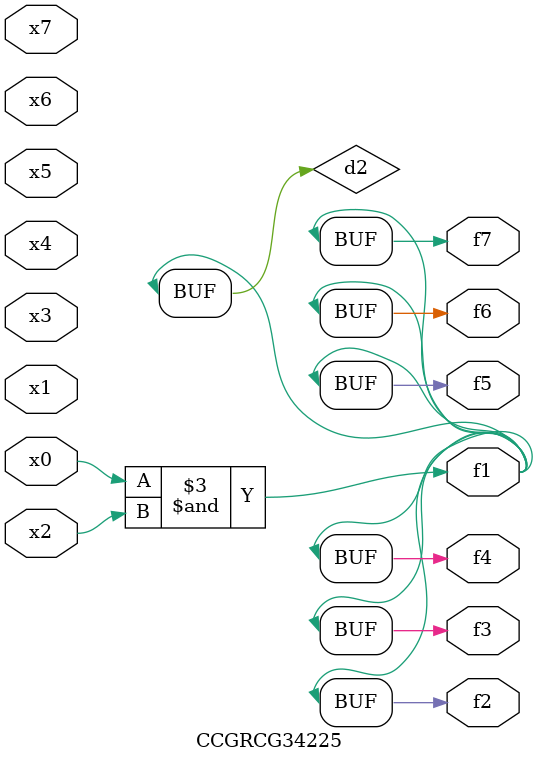
<source format=v>
module CCGRCG34225(
	input x0, x1, x2, x3, x4, x5, x6, x7,
	output f1, f2, f3, f4, f5, f6, f7
);

	wire d1, d2;

	nor (d1, x3, x6);
	and (d2, x0, x2);
	assign f1 = d2;
	assign f2 = d2;
	assign f3 = d2;
	assign f4 = d2;
	assign f5 = d2;
	assign f6 = d2;
	assign f7 = d2;
endmodule

</source>
